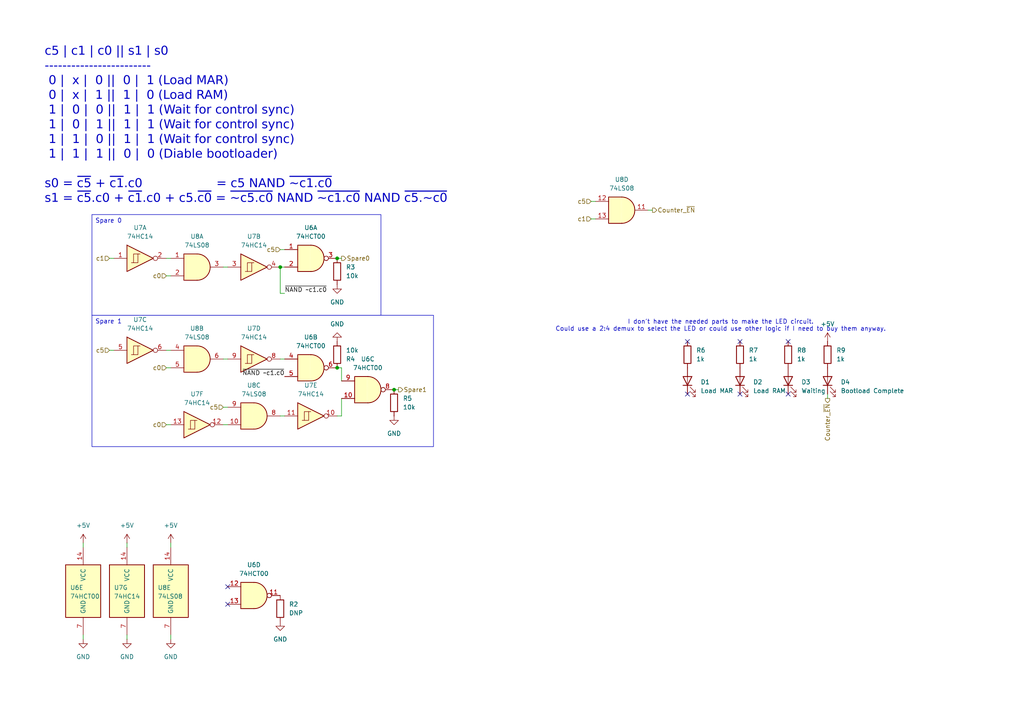
<source format=kicad_sch>
(kicad_sch (version 20231120) (generator "eeschema") (generator_version "8.0")
  (paper "A4")
  (lib_symbols
    (symbol "74xx:74HC14" (pin_names (offset 1.016))
      (property "Reference" "U" (at 0 1.27 0))
      (property "Value" "74HC14" (at 0 -1.27 0))
      (symbol "74HC14_1_0"
        (polyline (pts (xy -3.81 3.81) (xy -3.81 -3.81) (xy 3.81 0) (xy -3.81 3.81)) (stroke (width 0.254)) (fill (type background)))
        (pin input line (at -7.62 0 0) (length 3.81) (name "~") (number "1"))
        (pin output inverted (at 7.62 0 180) (length 3.81) (name "~") (number "2"))
      )
      (symbol "74HC14_1_1"
        (polyline (pts (xy -1.905 -1.27) (xy -1.905 1.27) (xy -0.635 1.27)))
        (polyline (pts (xy -2.54 -1.27) (xy -0.635 -1.27) (xy -0.635 1.27) (xy 0 1.27)))
      )
      (symbol "74HC14_2_0"
        (polyline (pts (xy -3.81 3.81) (xy -3.81 -3.81) (xy 3.81 0) (xy -3.81 3.81)) (stroke (width 0.254)) (fill (type background)))
        (pin input line (at -7.62 0 0) (length 3.81) (name "~") (number "3"))
        (pin output inverted (at 7.62 0 180) (length 3.81) (name "~") (number "4"))
      )
      (symbol "74HC14_2_1"
        (polyline (pts (xy -1.905 -1.27) (xy -1.905 1.27) (xy -0.635 1.27)))
        (polyline (pts (xy -2.54 -1.27) (xy -0.635 -1.27) (xy -0.635 1.27) (xy 0 1.27)))
      )
      (symbol "74HC14_3_0"
        (polyline (pts (xy -3.81 3.81) (xy -3.81 -3.81) (xy 3.81 0) (xy -3.81 3.81)) (stroke (width 0.254)) (fill (type background)))
        (pin input line (at -7.62 0 0) (length 3.81) (name "~") (number "5"))
        (pin output inverted (at 7.62 0 180) (length 3.81) (name "~") (number "6"))
      )
      (symbol "74HC14_3_1"
        (polyline (pts (xy -1.905 -1.27) (xy -1.905 1.27) (xy -0.635 1.27)))
        (polyline (pts (xy -2.54 -1.27) (xy -0.635 -1.27) (xy -0.635 1.27) (xy 0 1.27)))
      )
      (symbol "74HC14_4_0"
        (polyline (pts (xy -3.81 3.81) (xy -3.81 -3.81) (xy 3.81 0) (xy -3.81 3.81)) (stroke (width 0.254)) (fill (type background)))
        (pin output inverted (at 7.62 0 180) (length 3.81) (name "~") (number "8"))
        (pin input line (at -7.62 0 0) (length 3.81) (name "~") (number "9"))
      )
      (symbol "74HC14_4_1"
        (polyline (pts (xy -1.905 -1.27) (xy -1.905 1.27) (xy -0.635 1.27)))
        (polyline (pts (xy -2.54 -1.27) (xy -0.635 -1.27) (xy -0.635 1.27) (xy 0 1.27)))
      )
      (symbol "74HC14_5_0"
        (polyline (pts (xy -3.81 3.81) (xy -3.81 -3.81) (xy 3.81 0) (xy -3.81 3.81)) (stroke (width 0.254)) (fill (type background)))
        (pin output inverted (at 7.62 0 180) (length 3.81) (name "~") (number "10"))
        (pin input line (at -7.62 0 0) (length 3.81) (name "~") (number "11"))
      )
      (symbol "74HC14_5_1"
        (polyline (pts (xy -1.905 -1.27) (xy -1.905 1.27) (xy -0.635 1.27)))
        (polyline (pts (xy -2.54 -1.27) (xy -0.635 -1.27) (xy -0.635 1.27) (xy 0 1.27)))
      )
      (symbol "74HC14_6_0"
        (polyline (pts (xy -3.81 3.81) (xy -3.81 -3.81) (xy 3.81 0) (xy -3.81 3.81)) (stroke (width 0.254)) (fill (type background)))
        (pin output inverted (at 7.62 0 180) (length 3.81) (name "~") (number "12"))
        (pin input line (at -7.62 0 0) (length 3.81) (name "~") (number "13"))
      )
      (symbol "74HC14_6_1"
        (polyline (pts (xy -1.905 -1.27) (xy -1.905 1.27) (xy -0.635 1.27)))
        (polyline (pts (xy -2.54 -1.27) (xy -0.635 -1.27) (xy -0.635 1.27) (xy 0 1.27)))
      )
      (symbol "74HC14_7_0"
        (pin power_in line (at 0 12.7 270) (length 5.08) (name "VCC") (number "14"))
        (pin power_in line (at 0 -12.7 90) (length 5.08) (name "GND") (number "7"))
      )
      (symbol "74HC14_7_1"
        (rectangle (start -5.08 7.62) (end 5.08 -7.62) (stroke (width 0.254)) (fill (type background)))
      )
    )
    (symbol "74xx:74HCT00" (pin_names (offset 1.016))
      (property "Reference" "U" (at 0 1.27 0))
      (property "Value" "74HCT00" (at 0 -1.27 0))
      (symbol "74HCT00_1_1"
        (arc (start 0 -3.81) (mid 3.7934 0) (end 0 3.81) (stroke (width 0.254)) (fill (type background)))
        (polyline (pts (xy 0 3.81) (xy -3.81 3.81) (xy -3.81 -3.81) (xy 0 -3.81)) (stroke (width 0.254)) (fill (type background)))
        (pin input line (at -7.62 2.54 0) (length 3.81) (name "~") (number "1"))
        (pin input line (at -7.62 -2.54 0) (length 3.81) (name "~") (number "2"))
        (pin output inverted (at 7.62 0 180) (length 3.81) (name "~") (number "3"))
      )
      (symbol "74HCT00_1_2"
        (arc (start -3.81 -3.81) (mid -2.589 0) (end -3.81 3.81) (stroke (width 0.254)))
        (arc (start -0.6096 -3.81) (mid 2.1842 -2.5851) (end 3.81 0) (stroke (width 0.254)) (fill (type background)))
        (polyline (pts (xy -3.81 -3.81) (xy -0.635 -3.81)) (stroke (width 0.254)) (fill (type background)))
        (polyline (pts (xy -3.81 3.81) (xy -0.635 3.81)) (stroke (width 0.254)) (fill (type background)))
        (polyline (pts (xy -0.635 3.81) (xy -3.81 3.81) (xy -3.81 3.81) (xy -3.556 3.4036) (xy -3.0226 2.2606) (xy -2.6924 1.0414) (xy -2.6162 -0.254) (xy -2.7686 -1.4986) (xy -3.175 -2.7178) (xy -3.81 -3.81) (xy -3.81 -3.81) (xy -0.635 -3.81)) (stroke (width -25.4)) (fill (type background)))
        (arc (start 3.81 0) (mid 2.1915 2.5936) (end -0.6096 3.81) (stroke (width 0.254)) (fill (type background)))
        (pin input inverted (at -7.62 2.54 0) (length 4.318) (name "~") (number "1"))
        (pin input inverted (at -7.62 -2.54 0) (length 4.318) (name "~") (number "2"))
        (pin output line (at 7.62 0 180) (length 3.81) (name "~") (number "3"))
      )
      (symbol "74HCT00_2_1"
        (arc (start 0 -3.81) (mid 3.7934 0) (end 0 3.81) (stroke (width 0.254)) (fill (type background)))
        (polyline (pts (xy 0 3.81) (xy -3.81 3.81) (xy -3.81 -3.81) (xy 0 -3.81)) (stroke (width 0.254)) (fill (type background)))
        (pin input line (at -7.62 2.54 0) (length 3.81) (name "~") (number "4"))
        (pin input line (at -7.62 -2.54 0) (length 3.81) (name "~") (number "5"))
        (pin output inverted (at 7.62 0 180) (length 3.81) (name "~") (number "6"))
      )
      (symbol "74HCT00_2_2"
        (arc (start -3.81 -3.81) (mid -2.589 0) (end -3.81 3.81) (stroke (width 0.254)))
        (arc (start -0.6096 -3.81) (mid 2.1842 -2.5851) (end 3.81 0) (stroke (width 0.254)) (fill (type background)))
        (polyline (pts (xy -3.81 -3.81) (xy -0.635 -3.81)) (stroke (width 0.254)) (fill (type background)))
        (polyline (pts (xy -3.81 3.81) (xy -0.635 3.81)) (stroke (width 0.254)) (fill (type background)))
        (polyline (pts (xy -0.635 3.81) (xy -3.81 3.81) (xy -3.81 3.81) (xy -3.556 3.4036) (xy -3.0226 2.2606) (xy -2.6924 1.0414) (xy -2.6162 -0.254) (xy -2.7686 -1.4986) (xy -3.175 -2.7178) (xy -3.81 -3.81) (xy -3.81 -3.81) (xy -0.635 -3.81)) (stroke (width -25.4)) (fill (type background)))
        (arc (start 3.81 0) (mid 2.1915 2.5936) (end -0.6096 3.81) (stroke (width 0.254)) (fill (type background)))
        (pin input inverted (at -7.62 2.54 0) (length 4.318) (name "~") (number "4"))
        (pin input inverted (at -7.62 -2.54 0) (length 4.318) (name "~") (number "5"))
        (pin output line (at 7.62 0 180) (length 3.81) (name "~") (number "6"))
      )
      (symbol "74HCT00_3_1"
        (arc (start 0 -3.81) (mid 3.7934 0) (end 0 3.81) (stroke (width 0.254)) (fill (type background)))
        (polyline (pts (xy 0 3.81) (xy -3.81 3.81) (xy -3.81 -3.81) (xy 0 -3.81)) (stroke (width 0.254)) (fill (type background)))
        (pin input line (at -7.62 -2.54 0) (length 3.81) (name "~") (number "10"))
        (pin output inverted (at 7.62 0 180) (length 3.81) (name "~") (number "8"))
        (pin input line (at -7.62 2.54 0) (length 3.81) (name "~") (number "9"))
      )
      (symbol "74HCT00_3_2"
        (arc (start -3.81 -3.81) (mid -2.589 0) (end -3.81 3.81) (stroke (width 0.254)))
        (arc (start -0.6096 -3.81) (mid 2.1842 -2.5851) (end 3.81 0) (stroke (width 0.254)) (fill (type background)))
        (polyline (pts (xy -3.81 -3.81) (xy -0.635 -3.81)) (stroke (width 0.254)) (fill (type background)))
        (polyline (pts (xy -3.81 3.81) (xy -0.635 3.81)) (stroke (width 0.254)) (fill (type background)))
        (polyline (pts (xy -0.635 3.81) (xy -3.81 3.81) (xy -3.81 3.81) (xy -3.556 3.4036) (xy -3.0226 2.2606) (xy -2.6924 1.0414) (xy -2.6162 -0.254) (xy -2.7686 -1.4986) (xy -3.175 -2.7178) (xy -3.81 -3.81) (xy -3.81 -3.81) (xy -0.635 -3.81)) (stroke (width -25.4)) (fill (type background)))
        (arc (start 3.81 0) (mid 2.1915 2.5936) (end -0.6096 3.81) (stroke (width 0.254)) (fill (type background)))
        (pin input inverted (at -7.62 -2.54 0) (length 4.318) (name "~") (number "10"))
        (pin output line (at 7.62 0 180) (length 3.81) (name "~") (number "8"))
        (pin input inverted (at -7.62 2.54 0) (length 4.318) (name "~") (number "9"))
      )
      (symbol "74HCT00_4_1"
        (arc (start 0 -3.81) (mid 3.7934 0) (end 0 3.81) (stroke (width 0.254)) (fill (type background)))
        (polyline (pts (xy 0 3.81) (xy -3.81 3.81) (xy -3.81 -3.81) (xy 0 -3.81)) (stroke (width 0.254)) (fill (type background)))
        (pin output inverted (at 7.62 0 180) (length 3.81) (name "~") (number "11"))
        (pin input line (at -7.62 2.54 0) (length 3.81) (name "~") (number "12"))
        (pin input line (at -7.62 -2.54 0) (length 3.81) (name "~") (number "13"))
      )
      (symbol "74HCT00_4_2"
        (arc (start -3.81 -3.81) (mid -2.589 0) (end -3.81 3.81) (stroke (width 0.254)))
        (arc (start -0.6096 -3.81) (mid 2.1842 -2.5851) (end 3.81 0) (stroke (width 0.254)) (fill (type background)))
        (polyline (pts (xy -3.81 -3.81) (xy -0.635 -3.81)) (stroke (width 0.254)) (fill (type background)))
        (polyline (pts (xy -3.81 3.81) (xy -0.635 3.81)) (stroke (width 0.254)) (fill (type background)))
        (polyline (pts (xy -0.635 3.81) (xy -3.81 3.81) (xy -3.81 3.81) (xy -3.556 3.4036) (xy -3.0226 2.2606) (xy -2.6924 1.0414) (xy -2.6162 -0.254) (xy -2.7686 -1.4986) (xy -3.175 -2.7178) (xy -3.81 -3.81) (xy -3.81 -3.81) (xy -0.635 -3.81)) (stroke (width -25.4)) (fill (type background)))
        (arc (start 3.81 0) (mid 2.1915 2.5936) (end -0.6096 3.81) (stroke (width 0.254)) (fill (type background)))
        (pin output line (at 7.62 0 180) (length 3.81) (name "~") (number "11"))
        (pin input inverted (at -7.62 2.54 0) (length 4.318) (name "~") (number "12"))
        (pin input inverted (at -7.62 -2.54 0) (length 4.318) (name "~") (number "13"))
      )
      (symbol "74HCT00_5_0"
        (pin power_in line (at 0 12.7 270) (length 5.08) (name "VCC") (number "14"))
        (pin power_in line (at 0 -12.7 90) (length 5.08) (name "GND") (number "7"))
      )
      (symbol "74HCT00_5_1"
        (rectangle (start -5.08 7.62) (end 5.08 -7.62) (stroke (width 0.254)) (fill (type background)))
      )
    )
    (symbol "74xx:74LS08" (pin_names (offset 1.016))
      (property "Reference" "U" (at 0 1.27 0))
      (property "Value" "74LS08" (at 0 -1.27 0))
      (symbol "74LS08_1_1"
        (arc (start 0 -3.81) (mid 3.7934 0) (end 0 3.81) (stroke (width 0.254)) (fill (type background)))
        (polyline (pts (xy 0 3.81) (xy -3.81 3.81) (xy -3.81 -3.81) (xy 0 -3.81)) (stroke (width 0.254)) (fill (type background)))
        (pin input line (at -7.62 2.54 0) (length 3.81) (name "~") (number "1"))
        (pin input line (at -7.62 -2.54 0) (length 3.81) (name "~") (number "2"))
        (pin output line (at 7.62 0 180) (length 3.81) (name "~") (number "3"))
      )
      (symbol "74LS08_1_2"
        (arc (start -3.81 -3.81) (mid -2.589 0) (end -3.81 3.81) (stroke (width 0.254)))
        (arc (start -0.6096 -3.81) (mid 2.1842 -2.5851) (end 3.81 0) (stroke (width 0.254)) (fill (type background)))
        (polyline (pts (xy -3.81 -3.81) (xy -0.635 -3.81)) (stroke (width 0.254)) (fill (type background)))
        (polyline (pts (xy -3.81 3.81) (xy -0.635 3.81)) (stroke (width 0.254)) (fill (type background)))
        (polyline (pts (xy -0.635 3.81) (xy -3.81 3.81) (xy -3.81 3.81) (xy -3.556 3.4036) (xy -3.0226 2.2606) (xy -2.6924 1.0414) (xy -2.6162 -0.254) (xy -2.7686 -1.4986) (xy -3.175 -2.7178) (xy -3.81 -3.81) (xy -3.81 -3.81) (xy -0.635 -3.81)) (stroke (width -25.4)) (fill (type background)))
        (arc (start 3.81 0) (mid 2.1915 2.5936) (end -0.6096 3.81) (stroke (width 0.254)) (fill (type background)))
        (pin input inverted (at -7.62 2.54 0) (length 4.318) (name "~") (number "1"))
        (pin input inverted (at -7.62 -2.54 0) (length 4.318) (name "~") (number "2"))
        (pin output inverted (at 7.62 0 180) (length 3.81) (name "~") (number "3"))
      )
      (symbol "74LS08_2_1"
        (arc (start 0 -3.81) (mid 3.7934 0) (end 0 3.81) (stroke (width 0.254)) (fill (type background)))
        (polyline (pts (xy 0 3.81) (xy -3.81 3.81) (xy -3.81 -3.81) (xy 0 -3.81)) (stroke (width 0.254)) (fill (type background)))
        (pin input line (at -7.62 2.54 0) (length 3.81) (name "~") (number "4"))
        (pin input line (at -7.62 -2.54 0) (length 3.81) (name "~") (number "5"))
        (pin output line (at 7.62 0 180) (length 3.81) (name "~") (number "6"))
      )
      (symbol "74LS08_2_2"
        (arc (start -3.81 -3.81) (mid -2.589 0) (end -3.81 3.81) (stroke (width 0.254)))
        (arc (start -0.6096 -3.81) (mid 2.1842 -2.5851) (end 3.81 0) (stroke (width 0.254)) (fill (type background)))
        (polyline (pts (xy -3.81 -3.81) (xy -0.635 -3.81)) (stroke (width 0.254)) (fill (type background)))
        (polyline (pts (xy -3.81 3.81) (xy -0.635 3.81)) (stroke (width 0.254)) (fill (type background)))
        (polyline (pts (xy -0.635 3.81) (xy -3.81 3.81) (xy -3.81 3.81) (xy -3.556 3.4036) (xy -3.0226 2.2606) (xy -2.6924 1.0414) (xy -2.6162 -0.254) (xy -2.7686 -1.4986) (xy -3.175 -2.7178) (xy -3.81 -3.81) (xy -3.81 -3.81) (xy -0.635 -3.81)) (stroke (width -25.4)) (fill (type background)))
        (arc (start 3.81 0) (mid 2.1915 2.5936) (end -0.6096 3.81) (stroke (width 0.254)) (fill (type background)))
        (pin input inverted (at -7.62 2.54 0) (length 4.318) (name "~") (number "4"))
        (pin input inverted (at -7.62 -2.54 0) (length 4.318) (name "~") (number "5"))
        (pin output inverted (at 7.62 0 180) (length 3.81) (name "~") (number "6"))
      )
      (symbol "74LS08_3_1"
        (arc (start 0 -3.81) (mid 3.7934 0) (end 0 3.81) (stroke (width 0.254)) (fill (type background)))
        (polyline (pts (xy 0 3.81) (xy -3.81 3.81) (xy -3.81 -3.81) (xy 0 -3.81)) (stroke (width 0.254)) (fill (type background)))
        (pin input line (at -7.62 -2.54 0) (length 3.81) (name "~") (number "10"))
        (pin output line (at 7.62 0 180) (length 3.81) (name "~") (number "8"))
        (pin input line (at -7.62 2.54 0) (length 3.81) (name "~") (number "9"))
      )
      (symbol "74LS08_3_2"
        (arc (start -3.81 -3.81) (mid -2.589 0) (end -3.81 3.81) (stroke (width 0.254)))
        (arc (start -0.6096 -3.81) (mid 2.1842 -2.5851) (end 3.81 0) (stroke (width 0.254)) (fill (type background)))
        (polyline (pts (xy -3.81 -3.81) (xy -0.635 -3.81)) (stroke (width 0.254)) (fill (type background)))
        (polyline (pts (xy -3.81 3.81) (xy -0.635 3.81)) (stroke (width 0.254)) (fill (type background)))
        (polyline (pts (xy -0.635 3.81) (xy -3.81 3.81) (xy -3.81 3.81) (xy -3.556 3.4036) (xy -3.0226 2.2606) (xy -2.6924 1.0414) (xy -2.6162 -0.254) (xy -2.7686 -1.4986) (xy -3.175 -2.7178) (xy -3.81 -3.81) (xy -3.81 -3.81) (xy -0.635 -3.81)) (stroke (width -25.4)) (fill (type background)))
        (arc (start 3.81 0) (mid 2.1915 2.5936) (end -0.6096 3.81) (stroke (width 0.254)) (fill (type background)))
        (pin input inverted (at -7.62 -2.54 0) (length 4.318) (name "~") (number "10"))
        (pin output inverted (at 7.62 0 180) (length 3.81) (name "~") (number "8"))
        (pin input inverted (at -7.62 2.54 0) (length 4.318) (name "~") (number "9"))
      )
      (symbol "74LS08_4_1"
        (arc (start 0 -3.81) (mid 3.7934 0) (end 0 3.81) (stroke (width 0.254)) (fill (type background)))
        (polyline (pts (xy 0 3.81) (xy -3.81 3.81) (xy -3.81 -3.81) (xy 0 -3.81)) (stroke (width 0.254)) (fill (type background)))
        (pin output line (at 7.62 0 180) (length 3.81) (name "~") (number "11"))
        (pin input line (at -7.62 2.54 0) (length 3.81) (name "~") (number "12"))
        (pin input line (at -7.62 -2.54 0) (length 3.81) (name "~") (number "13"))
      )
      (symbol "74LS08_4_2"
        (arc (start -3.81 -3.81) (mid -2.589 0) (end -3.81 3.81) (stroke (width 0.254)))
        (arc (start -0.6096 -3.81) (mid 2.1842 -2.5851) (end 3.81 0) (stroke (width 0.254)) (fill (type background)))
        (polyline (pts (xy -3.81 -3.81) (xy -0.635 -3.81)) (stroke (width 0.254)) (fill (type background)))
        (polyline (pts (xy -3.81 3.81) (xy -0.635 3.81)) (stroke (width 0.254)) (fill (type background)))
        (polyline (pts (xy -0.635 3.81) (xy -3.81 3.81) (xy -3.81 3.81) (xy -3.556 3.4036) (xy -3.0226 2.2606) (xy -2.6924 1.0414) (xy -2.6162 -0.254) (xy -2.7686 -1.4986) (xy -3.175 -2.7178) (xy -3.81 -3.81) (xy -3.81 -3.81) (xy -0.635 -3.81)) (stroke (width -25.4)) (fill (type background)))
        (arc (start 3.81 0) (mid 2.1915 2.5936) (end -0.6096 3.81) (stroke (width 0.254)) (fill (type background)))
        (pin output inverted (at 7.62 0 180) (length 3.81) (name "~") (number "11"))
        (pin input inverted (at -7.62 2.54 0) (length 4.318) (name "~") (number "12"))
        (pin input inverted (at -7.62 -2.54 0) (length 4.318) (name "~") (number "13"))
      )
      (symbol "74LS08_5_0"
        (pin power_in line (at 0 12.7 270) (length 5.08) (name "VCC") (number "14"))
        (pin power_in line (at 0 -12.7 90) (length 5.08) (name "GND") (number "7"))
      )
      (symbol "74LS08_5_1"
        (rectangle (start -5.08 7.62) (end 5.08 -7.62) (stroke (width 0.254)) (fill (type background)))
      )
    )
    (symbol "Device:LED" (pin_numbers hide) (pin_names (offset 1.016) hide)
      (property "Reference" "D" (at 0 2.54 0))
      (property "Value" "LED" (at 0 -2.54 0))
      (symbol "LED_0_1"
        (polyline (pts (xy -1.27 -1.27) (xy -1.27 1.27)) (stroke (width 0.254)))
        (polyline (pts (xy -1.27 0) (xy 1.27 0)))
        (polyline (pts (xy 1.27 -1.27) (xy 1.27 1.27) (xy -1.27 0) (xy 1.27 -1.27)) (stroke (width 0.254)))
        (polyline (pts (xy -3.048 -0.762) (xy -4.572 -2.286) (xy -3.81 -2.286) (xy -4.572 -2.286) (xy -4.572 -1.524)))
        (polyline (pts (xy -1.778 -0.762) (xy -3.302 -2.286) (xy -2.54 -2.286) (xy -3.302 -2.286) (xy -3.302 -1.524)))
      )
      (symbol "LED_1_1"
        (pin passive line (at -3.81 0 0) (length 2.54) (name "K") (number "1"))
        (pin passive line (at 3.81 0 180) (length 2.54) (name "A") (number "2"))
      )
    )
    (symbol "Device:R" (pin_numbers hide) (pin_names (offset 0))
      (property "Reference" "R" (at 2.032 0 90))
      (property "Value" "R" (at 0 0 90))
      (symbol "R_0_1"
        (rectangle (start -1.016 -2.54) (end 1.016 2.54) (stroke (width 0.254)))
      )
      (symbol "R_1_1"
        (pin passive line (at 0 3.81 270) (length 1.27) (name "~") (number "1"))
        (pin passive line (at 0 -3.81 90) (length 1.27) (name "~") (number "2"))
      )
    )
    (symbol "power:+5V" (power) (pin_numbers hide) (pin_names (offset 0) hide)
      (property "Value" "+5V" (at 0 3.556 0))
      (symbol "+5V_0_1"
        (polyline (pts (xy -0.762 1.27) (xy 0 2.54)))
        (polyline (pts (xy 0 0) (xy 0 2.54)))
        (polyline (pts (xy 0 2.54) (xy 0.762 1.27)))
      )
      (symbol "+5V_1_1"
        (pin power_in line (at 0 0 90) (length 0) (name "~") (number "1"))
      )
    )
    (symbol "power:GND" (power) (pin_numbers hide) (pin_names (offset 0) hide)
      (property "Value" "GND" (at 0 -3.81 0))
      (symbol "GND_0_1"
        (polyline (pts (xy 0 0) (xy 0 -1.27) (xy 1.27 -1.27) (xy 0 -2.54) (xy -1.27 -1.27) (xy 0 -1.27)))
      )
      (symbol "GND_1_1"
        (pin power_in line (at 0 0 270) (length 0) (name "~") (number "1"))
      )
    )
  )
  (junction (at 97.79 106.68))
  (junction (at 114.3 113.03))
  (junction (at 97.79 74.93))
  (junction (at 81.28 77.47))
  (no_connect (at 228.6 114.3))
  (no_connect (at 66.04 175.26))
  (no_connect (at 228.6 99.06))
  (no_connect (at 66.04 170.18))
  (no_connect (at 214.63 99.06))
  (no_connect (at 214.63 114.3))
  (no_connect (at 199.39 99.06))
  (no_connect (at 199.39 114.3))
  (wire (pts (xy 31.75 101.6) (xy 33.02 101.6)))
  (wire (pts (xy 99.06 120.65) (xy 97.79 120.65)))
  (wire (pts (xy 24.13 184.15) (xy 24.13 185.42)))
  (wire (pts (xy 48.26 101.6) (xy 49.53 101.6)))
  (wire (pts (xy 49.53 157.48) (xy 49.53 158.75)))
  (wire (pts (xy 48.26 80.01) (xy 49.53 80.01)))
  (wire (pts (xy 99.06 74.93) (xy 97.79 74.93)))
  (wire (pts (xy 171.45 63.5) (xy 172.72 63.5)))
  (wire (pts (xy 36.83 184.15) (xy 36.83 185.42)))
  (wire (pts (xy 64.77 118.11) (xy 66.04 118.11)))
  (wire (pts (xy 48.26 123.19) (xy 49.53 123.19)))
  (wire (pts (xy 48.26 106.68) (xy 49.53 106.68)))
  (wire (pts (xy 82.55 85.09) (xy 81.28 85.09)))
  (wire (pts (xy 82.55 104.14) (xy 81.28 104.14)))
  (wire (pts (xy 64.77 77.47) (xy 66.04 77.47)))
  (wire (pts (xy 81.28 85.09) (xy 81.28 77.47)))
  (wire (pts (xy 64.77 123.19) (xy 66.04 123.19)))
  (wire (pts (xy 171.45 58.42) (xy 172.72 58.42)))
  (wire (pts (xy 31.75 74.93) (xy 33.02 74.93)))
  (wire (pts (xy 187.96 60.96) (xy 189.23 60.96)))
  (wire (pts (xy 99.06 115.57) (xy 99.06 120.65)))
  (wire (pts (xy 64.77 104.14) (xy 66.04 104.14)))
  (wire (pts (xy 114.3 113.03) (xy 115.57 113.03)))
  (wire (pts (xy 24.13 157.48) (xy 24.13 158.75)))
  (wire (pts (xy 81.28 77.47) (xy 82.55 77.47)))
  (wire (pts (xy 97.79 106.68) (xy 99.06 106.68)))
  (wire (pts (xy 81.28 72.39) (xy 82.55 72.39)))
  (wire (pts (xy 81.28 120.65) (xy 82.55 120.65)))
  (wire (pts (xy 48.26 74.93) (xy 49.53 74.93)))
  (wire (pts (xy 49.53 184.15) (xy 49.53 185.42)))
  (wire (pts (xy 36.83 157.48) (xy 36.83 158.75)))
  (wire (pts (xy 99.06 106.68) (xy 99.06 110.49)))
  (wire (pts (xy 240.03 114.3) (xy 240.03 115.57)))
  (text_box "Spare 0" (at 26.67 62.23 0) (size 83.82 29.21) (effects (font (size 1.27 1.27)) (justify left top)))
  (text_box "Spare 1" (at 26.67 91.44 0) (size 99.06 38.1) (effects (font (size 1.27 1.27)) (justify left top)))
  (text "I don't have the needed parts to make the LED circuit.\nCould use a 2:4 demux to select the LED or could use other logic if I need to buy them anyway." (at 209.042 94.488 0) (effects (font (size 1.27 1.27))))
  (text "c5 | c1 | c0 || s1 | s0\n------------------------\n 0 |  x |  0 ||  0 |  1 (Load MAR)\n 0 |  x |  1 ||  1 |  0 (Load RAM)\n 1 |  0 |  0 ||  1 |  1 (Wait for control sync)\n 1 |  0 |  1 ||  1 |  1 (Wait for control sync)\n 1 |  1 |  0 ||  1 |  1 (Wait for control sync)\n 1 |  1 |  1 ||  0 |  0 (Diable bootloader)\n \ns0 = ~{c5} + ~{c1}.c0                   = c5 NAND ~{~c1.c0}\ns1 = ~{c5}.c0 + ~{c1}.c0 + c5.~{c0} = ~{~c5.c0} NAND ~{~c1.c0} NAND ~{c5.~c0}" (at 12.954 14.224 0) (effects (font (size 2.54 2.54) (thickness 0.3175)) (justify left top)))
  (label "~{NAND ~c1.c0}" (at 82.55 109.22 180))
  (label "~{NAND ~c1.c0}" (at 82.55 85.09 0))
  (hierarchical_label "c1" (shape input) (at 31.75 74.93 180))
  (hierarchical_label "c0" (shape input) (at 48.26 106.68 180))
  (hierarchical_label "c5" (shape input) (at 64.77 118.11 180))
  (hierarchical_label "Spare0" (shape output) (at 99.06 74.93 0))
  (hierarchical_label "Counter_~{EN}" (shape output) (at 189.23 60.96 0))
  (hierarchical_label "Counter_~{EN}" (shape output) (at 240.03 115.57 270))
  (hierarchical_label "c0" (shape input) (at 48.26 123.19 180))
  (hierarchical_label "c5" (shape input) (at 171.45 58.42 180))
  (hierarchical_label "c0" (shape input) (at 48.26 80.01 180))
  (hierarchical_label "c5" (shape input) (at 31.75 101.6 180))
  (hierarchical_label "c5" (shape input) (at 81.28 72.39 180))
  (hierarchical_label "c1" (shape input) (at 171.45 63.5 180))
  (hierarchical_label "Spare1" (shape output) (at 115.57 113.03 0))
  (symbol (lib_id "power:GND") (at 81.28 180.34 0) (unit 1)
    (property "Reference" "#PWR039" (effects (hide yes)))
    (property "Value" "GND" (at 81.28 185.42 0))
    (property "Description" "Power symbol creates a global label with name \"GND\" , ground" (effects (hide yes)))
  )
  (symbol (lib_id "74xx:74LS08") (at 73.66 120.65 0) (unit 3)
    (property "Reference" "U8" (at 73.6517 111.76 0))
    (property "Value" "74LS08" (at 73.6517 114.3 0))
    (property "Datasheet" "http://www.ti.com/lit/gpn/sn74LS08" (effects (hide yes)))
    (property "Description" "Quad And2" (effects (hide yes)))
  )
  (symbol (lib_id "Device:LED") (at 199.39 110.49 90) (unit 1)
    (property "Reference" "D1" (at 203.2 110.8074 90) (effects (justify right)))
    (property "Value" "Load MAR" (at 203.2 113.3474 90) (effects (justify right)))
    (property "Description" "Light emitting diode" (effects (hide yes)))
  )
  (symbol (lib_id "74xx:74HC14") (at 36.83 171.45 0) (unit 7)
    (property "Reference" "U7" (at 33.02 170.434 0) (effects (justify left)))
    (property "Value" "74HC14" (at 33.02 172.974 0) (effects (justify left)))
    (property "Datasheet" "http://www.ti.com/lit/gpn/sn74HC14" (effects (hide yes)))
    (property "Description" "Hex inverter schmitt trigger" (effects (hide yes)))
  )
  (symbol (lib_id "Device:R") (at 240.03 102.87 0) (unit 1)
    (property "Reference" "R9" (at 242.57 101.5999 0) (effects (justify left)))
    (property "Value" "1k" (at 242.57 104.1399 0) (effects (justify left)))
    (property "Description" "Resistor" (effects (hide yes)))
  )
  (symbol (lib_id "74xx:74HCT00") (at 24.13 171.45 0) (unit 5)
    (property "Reference" "U6" (at 20.32 170.434 0) (effects (justify left)))
    (property "Value" "74HCT00" (at 20.32 172.974 0) (effects (justify left)))
    (property "Datasheet" "http://www.ti.com/lit/gpn/sn74hct00" (effects (hide yes)))
    (property "Description" "quad 2-input NAND gate" (effects (hide yes)))
  )
  (symbol (lib_id "74xx:74HC14") (at 73.66 77.47 0) (unit 2)
    (property "Reference" "U7" (at 73.66 68.58 0))
    (property "Value" "74HC14" (at 73.66 71.12 0))
    (property "Datasheet" "http://www.ti.com/lit/gpn/sn74HC14" (effects (hide yes)))
    (property "Description" "Hex inverter schmitt trigger" (effects (hide yes)))
  )
  (symbol (lib_id "power:+5V") (at 49.53 157.48 0) (unit 1)
    (property "Reference" "#PWR037" (effects (hide yes)))
    (property "Value" "+5V" (at 49.53 152.4 0))
    (property "Description" "Power symbol creates a global label with name \"+5V\"" (effects (hide yes)))
  )
  (symbol (lib_id "Device:R") (at 97.79 78.74 0) (unit 1)
    (property "Reference" "R3" (at 100.33 77.4699 0) (effects (justify left)))
    (property "Value" "10k" (at 100.33 80.0099 0) (effects (justify left)))
    (property "Description" "Resistor" (effects (hide yes)))
  )
  (symbol (lib_id "power:GND") (at 97.79 82.55 0) (unit 1)
    (property "Reference" "#PWR040" (effects (hide yes)))
    (property "Value" "GND" (at 97.79 87.63 0))
    (property "Description" "Power symbol creates a global label with name \"GND\" , ground" (effects (hide yes)))
  )
  (symbol (lib_id "power:+5V") (at 24.13 157.48 0) (unit 1)
    (property "Reference" "#PWR033" (effects (hide yes)))
    (property "Value" "+5V" (at 24.13 152.4 0))
    (property "Description" "Power symbol creates a global label with name \"+5V\"" (effects (hide yes)))
  )
  (symbol (lib_id "74xx:74HC14") (at 40.64 74.93 0) (unit 1)
    (property "Reference" "U7" (at 40.64 66.04 0))
    (property "Value" "74HC14" (at 40.64 68.58 0))
    (property "Datasheet" "http://www.ti.com/lit/gpn/sn74HC14" (effects (hide yes)))
    (property "Description" "Hex inverter schmitt trigger" (effects (hide yes)))
  )
  (symbol (lib_id "74xx:74HC14") (at 90.17 120.65 0) (unit 5)
    (property "Reference" "U7" (at 90.17 111.76 0))
    (property "Value" "74HC14" (at 90.17 114.3 0))
    (property "Datasheet" "http://www.ti.com/lit/gpn/sn74HC14" (effects (hide yes)))
    (property "Description" "Hex inverter schmitt trigger" (effects (hide yes)))
  )
  (symbol (lib_id "Device:R") (at 114.3 116.84 0) (unit 1)
    (property "Reference" "R5" (at 116.84 115.5699 0) (effects (justify left)))
    (property "Value" "10k" (at 116.84 118.1099 0) (effects (justify left)))
    (property "Description" "Resistor" (effects (hide yes)))
  )
  (symbol (lib_id "Device:R") (at 228.6 102.87 0) (unit 1)
    (property "Reference" "R8" (at 231.14 101.5999 0) (effects (justify left)))
    (property "Value" "1k" (at 231.14 104.1399 0) (effects (justify left)))
    (property "Description" "Resistor" (effects (hide yes)))
  )
  (symbol (lib_id "74xx:74HCT00") (at 73.66 172.72 0) (unit 4)
    (property "Reference" "U6" (at 73.6517 163.83 0))
    (property "Value" "74HCT00" (at 73.6517 166.37 0))
    (property "Datasheet" "http://www.ti.com/lit/gpn/sn74hct00" (effects (hide yes)))
    (property "Description" "quad 2-input NAND gate" (effects (hide yes)))
  )
  (symbol (lib_id "74xx:74HC14") (at 73.66 104.14 0) (unit 4)
    (property "Reference" "U7" (at 73.66 95.25 0))
    (property "Value" "74HC14" (at 73.66 97.79 0))
    (property "Datasheet" "http://www.ti.com/lit/gpn/sn74HC14" (effects (hide yes)))
    (property "Description" "Hex inverter schmitt trigger" (effects (hide yes)))
  )
  (symbol (lib_id "74xx:74HCT00") (at 90.17 74.93 0) (unit 1)
    (property "Reference" "U6" (at 90.1617 66.04 0))
    (property "Value" "74HCT00" (at 90.1617 68.58 0))
    (property "Datasheet" "http://www.ti.com/lit/gpn/sn74hct00" (effects (hide yes)))
    (property "Description" "quad 2-input NAND gate" (effects (hide yes)))
  )
  (symbol (lib_id "Device:R") (at 97.79 102.87 0) (mirror x) (unit 1)
    (property "Reference" "R4" (at 100.33 104.1401 0) (effects (justify left)))
    (property "Value" "10k" (at 100.33 101.6001 0) (effects (justify left)))
    (property "Description" "Resistor" (effects (hide yes)))
  )
  (symbol (lib_id "power:+5V") (at 240.03 99.06 0) (unit 1)
    (property "Reference" "#PWR043" (effects (hide yes)))
    (property "Value" "+5V" (at 240.03 93.98 0))
    (property "Description" "Power symbol creates a global label with name \"+5V\"" (effects (hide yes)))
  )
  (symbol (lib_id "Device:R") (at 214.63 102.87 0) (unit 1)
    (property "Reference" "R7" (at 217.17 101.5999 0) (effects (justify left)))
    (property "Value" "1k" (at 217.17 104.1399 0) (effects (justify left)))
    (property "Description" "Resistor" (effects (hide yes)))
  )
  (symbol (lib_id "74xx:74LS08") (at 57.15 77.47 0) (unit 1)
    (property "Reference" "U8" (at 57.1417 68.58 0))
    (property "Value" "74LS08" (at 57.1417 71.12 0))
    (property "Datasheet" "http://www.ti.com/lit/gpn/sn74LS08" (effects (hide yes)))
    (property "Description" "Quad And2" (effects (hide yes)))
  )
  (symbol (lib_id "74xx:74HC14") (at 57.15 123.19 0) (unit 6)
    (property "Reference" "U7" (at 57.15 114.3 0))
    (property "Value" "74HC14" (at 57.15 116.84 0))
    (property "Datasheet" "http://www.ti.com/lit/gpn/sn74HC14" (effects (hide yes)))
    (property "Description" "Hex inverter schmitt trigger" (effects (hide yes)))
  )
  (symbol (lib_id "Device:LED") (at 214.63 110.49 90) (unit 1)
    (property "Reference" "D2" (at 218.44 110.8074 90) (effects (justify right)))
    (property "Value" "Load RAM" (at 218.44 113.3474 90) (effects (justify right)))
    (property "Description" "Light emitting diode" (effects (hide yes)))
  )
  (symbol (lib_id "power:GND") (at 49.53 185.42 0) (unit 1)
    (property "Reference" "#PWR038" (effects (hide yes)))
    (property "Value" "GND" (at 49.53 190.5 0))
    (property "Description" "Power symbol creates a global label with name \"GND\" , ground" (effects (hide yes)))
  )
  (symbol (lib_id "power:GND") (at 24.13 185.42 0) (unit 1)
    (property "Reference" "#PWR034" (effects (hide yes)))
    (property "Value" "GND" (at 24.13 190.5 0))
    (property "Description" "Power symbol creates a global label with name \"GND\" , ground" (effects (hide yes)))
  )
  (symbol (lib_id "Device:LED") (at 240.03 110.49 90) (unit 1)
    (property "Reference" "D4" (at 243.84 110.8074 90) (effects (justify right)))
    (property "Value" "Bootload Complete" (at 243.84 113.3474 90) (effects (justify right)))
    (property "Description" "Light emitting diode" (effects (hide yes)))
  )
  (symbol (lib_id "74xx:74HCT00") (at 106.68 113.03 0) (unit 3)
    (property "Reference" "U6" (at 106.6717 104.14 0))
    (property "Value" "74HCT00" (at 106.6717 106.68 0))
    (property "Datasheet" "http://www.ti.com/lit/gpn/sn74hct00" (effects (hide yes)))
    (property "Description" "quad 2-input NAND gate" (effects (hide yes)))
  )
  (symbol (lib_id "Device:R") (at 81.28 176.53 0) (unit 1)
    (property "Reference" "R2" (at 83.82 175.2599 0) (effects (justify left)))
    (property "Value" "DNP" (at 83.82 177.7999 0) (effects (justify left)))
    (property "Description" "Resistor" (effects (hide yes)))
  )
  (symbol (lib_id "74xx:74HC14") (at 40.64 101.6 0) (unit 3)
    (property "Reference" "U7" (at 40.64 92.71 0))
    (property "Value" "74HC14" (at 40.64 95.25 0))
    (property "Datasheet" "http://www.ti.com/lit/gpn/sn74HC14" (effects (hide yes)))
    (property "Description" "Hex inverter schmitt trigger" (effects (hide yes)))
  )
  (symbol (lib_id "74xx:74HCT00") (at 90.17 106.68 0) (unit 2)
    (property "Reference" "U6" (at 90.1617 97.79 0))
    (property "Value" "74HCT00" (at 90.1617 100.33 0))
    (property "Datasheet" "http://www.ti.com/lit/gpn/sn74hct00" (effects (hide yes)))
    (property "Description" "quad 2-input NAND gate" (effects (hide yes)))
  )
  (symbol (lib_id "74xx:74LS08") (at 57.15 104.14 0) (unit 2)
    (property "Reference" "U8" (at 57.1417 95.25 0))
    (property "Value" "74LS08" (at 57.1417 97.79 0))
    (property "Datasheet" "http://www.ti.com/lit/gpn/sn74LS08" (effects (hide yes)))
    (property "Description" "Quad And2" (effects (hide yes)))
  )
  (symbol (lib_id "power:GND") (at 114.3 120.65 0) (unit 1)
    (property "Reference" "#PWR042" (effects (hide yes)))
    (property "Value" "GND" (at 114.3 125.73 0))
    (property "Description" "Power symbol creates a global label with name \"GND\" , ground" (effects (hide yes)))
  )
  (symbol (lib_id "power:+5V") (at 36.83 157.48 0) (unit 1)
    (property "Reference" "#PWR035" (effects (hide yes)))
    (property "Value" "+5V" (at 36.83 152.4 0))
    (property "Description" "Power symbol creates a global label with name \"+5V\"" (effects (hide yes)))
  )
  (symbol (lib_id "74xx:74LS08") (at 180.34 60.96 0) (unit 4)
    (property "Reference" "U8" (at 180.3317 52.07 0))
    (property "Value" "74LS08" (at 180.3317 54.61 0))
    (property "Datasheet" "http://www.ti.com/lit/gpn/sn74LS08" (effects (hide yes)))
    (property "Description" "Quad And2" (effects (hide yes)))
  )
  (symbol (lib_id "Device:R") (at 199.39 102.87 0) (unit 1)
    (property "Reference" "R6" (at 201.93 101.5999 0) (effects (justify left)))
    (property "Value" "1k" (at 201.93 104.1399 0) (effects (justify left)))
    (property "Description" "Resistor" (effects (hide yes)))
  )
  (symbol (lib_id "power:GND") (at 36.83 185.42 0) (unit 1)
    (property "Reference" "#PWR036" (effects (hide yes)))
    (property "Value" "GND" (at 36.83 190.5 0))
    (property "Description" "Power symbol creates a global label with name \"GND\" , ground" (effects (hide yes)))
  )
  (symbol (lib_id "Device:LED") (at 228.6 110.49 90) (unit 1)
    (property "Reference" "D3" (at 232.41 110.8074 90) (effects (justify right)))
    (property "Value" "Waiting" (at 232.41 113.3474 90) (effects (justify right)))
    (property "Description" "Light emitting diode" (effects (hide yes)))
  )
  (symbol (lib_id "74xx:74LS08") (at 49.53 171.45 0) (unit 5)
    (property "Reference" "U8" (at 45.72 170.434 0) (effects (justify left)))
    (property "Value" "74LS08" (at 45.72 172.974 0) (effects (justify left)))
    (property "Datasheet" "http://www.ti.com/lit/gpn/sn74LS08" (effects (hide yes)))
    (property "Description" "Quad And2" (effects (hide yes)))
  )
  (symbol (lib_id "power:GND") (at 97.79 99.06 0) (mirror x) (unit 1)
    (property "Reference" "#PWR041" (effects (hide yes)))
    (property "Value" "GND" (at 97.79 93.98 0))
    (property "Description" "Power symbol creates a global label with name \"GND\" , ground" (effects (hide yes)))
  )
)
</source>
